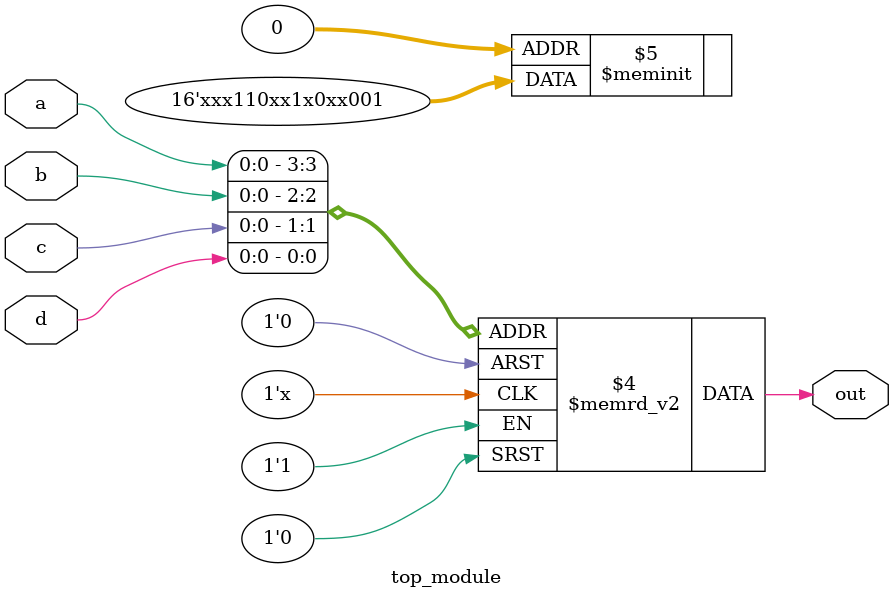
<source format=sv>
module top_module (
    input a, 
    input b,
    input c,
    input d,
    output reg out
);

always @(*) begin
    case ({a, b, c, d})
        4'b0000, 4'b0111, 4'b1011, 4'b1100: out = 1'b1;
        4'b0001, 4'b0010, 4'b0101, 4'b1010: out = 1'b0;
        default: out = 1'bx;
    endcase
end

endmodule

</source>
